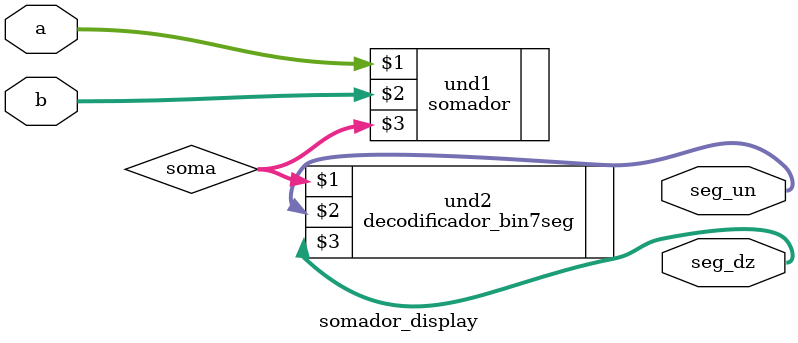
<source format=v>
module somador_display (a,b,seg_un,seg_dz);

input [2:0] a,b;

output [6:0] seg_un,seg_dz;

wire [4:0] soma;

somador und1 (a,b,soma);

decodificador_bin7seg und2 (soma,seg_un,seg_dz);


endmodule

</source>
